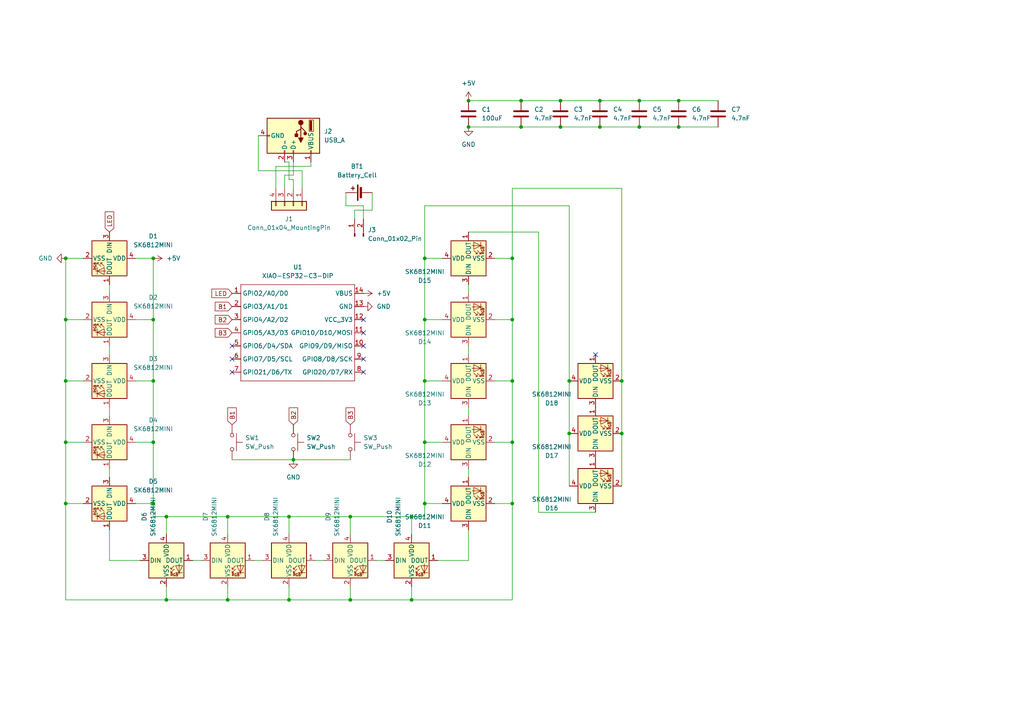
<source format=kicad_sch>
(kicad_sch (version 20250114) (generator "eeschema") (generator_version "9.0")
  (paper "A4")
  (title_block (title "Pixel Dongle"))
  (lib_symbols
    (symbol "Connector:Conn_01x02_Pin" (pin_names (offset 1.016) (hide yes))
      (property "Reference" "J" (at 0 2.54 0))
      (property "Value" "Conn_01x02_Pin" (at 0 -5.08 0))
      (symbol "Conn_01x02_Pin_1_1"
        (rectangle (start 0.8636 0.127) (end 0 -0.127) (stroke (width 0.1524)) (fill (type outline)))
        (rectangle (start 0.8636 -2.413) (end 0 -2.667) (stroke (width 0.1524)) (fill (type outline)))
        (polyline (pts (xy 1.27 0) (xy 0.8636 0)) (stroke (width 0.1524)))
        (polyline (pts (xy 1.27 -2.54) (xy 0.8636 -2.54)) (stroke (width 0.1524)))
        (pin passive line (at 5.08 0 180) (length 3.81) (name "Pin_1") (number "1"))
        (pin passive line (at 5.08 -2.54 180) (length 3.81) (name "Pin_2") (number "2"))
      )
    )
    (symbol "Connector:USB_A" (pin_names (offset 1.016))
      (property "Reference" "J2" (at -1.2701 8.89 90))
      (property "Value" "USB_A" (at 1.2699 8.89 90))
      (symbol "USB_A_0_1"
        (rectangle (start -5.08 -7.62) (end 5.08 7.62) (stroke (width 0.254)) (fill (type background)))
        (circle (center -3.81 2.159) (radius 0.635) (stroke (width 0.254)) (fill (type outline)))
        (polyline (pts (xy -3.175 2.159) (xy -2.54 2.159) (xy -1.27 3.429) (xy -0.635 3.429)) (stroke (width 0.254)))
        (polyline (pts (xy -2.54 2.159) (xy -1.905 2.159) (xy -1.27 0.889) (xy 0 0.889)) (stroke (width 0.254)))
        (rectangle (start -1.524 4.826) (end -4.318 5.334) (fill (type outline)))
        (rectangle (start -1.27 4.572) (end -4.572 5.842))
        (circle (center -0.635 3.429) (radius 0.381) (stroke (width 0.254)) (fill (type outline)))
        (rectangle (start -0.127 -7.62) (end 0.127 -6.858))
        (rectangle (start 0.254 1.27) (end -0.508 0.508) (stroke (width 0.254)) (fill (type outline)))
        (polyline (pts (xy 0.635 2.794) (xy 0.635 1.524) (xy 1.905 2.159) (xy 0.635 2.794)) (stroke (width 0.254)) (fill (type outline)))
        (rectangle (start 5.08 4.953) (end 4.318 5.207))
        (rectangle (start 5.08 -0.127) (end 4.318 0.127))
        (rectangle (start 5.08 -2.667) (end 4.318 -2.413))
      )
      (symbol "USB_A_1_1"
        (polyline (pts (xy -1.905 2.159) (xy 0.635 2.159)) (stroke (width 0.254)))
        (pin power_in line (at 0 -10.16 90) (length 2.54) (name "GND") (number "4"))
        (pin power_in line (at 7.62 5.08 180) (length 2.54) (name "VBUS") (number "1"))
        (pin bidirectional line (at 7.62 0 180) (length 2.54) (name "D+") (number "3"))
        (pin bidirectional line (at 7.62 -2.54 180) (length 2.54) (name "D-") (number "2"))
      )
    )
    (symbol "Connector_Generic:Conn_01x04" (pin_names (offset 1.016) (hide yes))
      (property "Reference" "J" (at 0 5.08 0))
      (property "Value" "Conn_01x04" (at 0 -7.62 0))
      (symbol "Conn_01x04_1_1"
        (rectangle (start -1.27 3.81) (end 1.27 -6.35) (stroke (width 0.254)) (fill (type background)))
        (rectangle (start -1.27 2.667) (end 0 2.413) (stroke (width 0.1524)))
        (rectangle (start -1.27 0.127) (end 0 -0.127) (stroke (width 0.1524)))
        (rectangle (start -1.27 -2.413) (end 0 -2.667) (stroke (width 0.1524)))
        (rectangle (start -1.27 -4.953) (end 0 -5.207) (stroke (width 0.1524)))
        (pin passive line (at -5.08 2.54 0) (length 3.81) (name "Pin_1") (number "1"))
        (pin passive line (at -5.08 0 0) (length 3.81) (name "Pin_2") (number "2"))
        (pin passive line (at -5.08 -2.54 0) (length 3.81) (name "Pin_3") (number "3"))
        (pin passive line (at -5.08 -5.08 0) (length 3.81) (name "Pin_4") (number "4"))
      )
    )
    (symbol "Device:Battery_Cell" (pin_numbers (hide yes)) (pin_names (offset 0) (hide yes))
      (property "Reference" "BT" (at 2.54 2.54 0))
      (property "Value" "Battery_Cell" (at 2.54 0 0))
      (symbol "Battery_Cell_0_1"
        (rectangle (start -2.286 1.778) (end 2.286 1.524) (fill (type outline)))
        (rectangle (start -1.524 1.016) (end 1.524 0.508) (fill (type outline)))
        (polyline (pts (xy 0 1.778) (xy 0 2.54)))
        (polyline (pts (xy 0 0.762) (xy 0 0)))
        (polyline (pts (xy 0.762 3.048) (xy 1.778 3.048)) (stroke (width 0.254)))
        (polyline (pts (xy 1.27 3.556) (xy 1.27 2.54)) (stroke (width 0.254)))
      )
      (symbol "Battery_Cell_1_1"
        (pin passive line (at 0 5.08 270) (length 2.54) (name "+") (number "1"))
        (pin passive line (at 0 -2.54 90) (length 2.54) (name "-") (number "2"))
      )
    )
    (symbol "Device:C" (pin_numbers (hide yes)) (pin_names (offset 0.254))
      (property "Reference" "C" (at 0.635 2.54 0))
      (property "Value" "C" (at 0.635 -2.54 0))
      (symbol "C_0_1"
        (polyline (pts (xy -2.032 0.762) (xy 2.032 0.762)) (stroke (width 0.508)))
        (polyline (pts (xy -2.032 -0.762) (xy 2.032 -0.762)) (stroke (width 0.508)))
      )
      (symbol "C_1_1"
        (pin passive line (at 0 3.81 270) (length 2.794) (name "~") (number "1"))
        (pin passive line (at 0 -3.81 90) (length 2.794) (name "~") (number "2"))
      )
    )
    (symbol "LED:SK6812MINI" (pin_names (offset 0.254))
      (property "Reference" "D" (at 5.08 5.715 0))
      (property "Value" "SK6812MINI" (at 1.27 -5.715 0))
      (symbol "SK6812MINI_0_0"
        (text "RGB" (at 2.286 -4.191 0) (effects (font (size 0.762 0.762))))
      )
      (symbol "SK6812MINI_0_1"
        (polyline (pts (xy 1.27 -2.54) (xy 1.778 -2.54)))
        (polyline (pts (xy 1.27 -3.556) (xy 1.778 -3.556)))
        (polyline (pts (xy 2.286 -1.524) (xy 1.27 -2.54) (xy 1.27 -2.032)))
        (polyline (pts (xy 2.286 -2.54) (xy 1.27 -3.556) (xy 1.27 -3.048)))
        (polyline (pts (xy 3.683 -1.016) (xy 3.683 -3.556) (xy 3.683 -4.064)))
        (polyline (pts (xy 4.699 -1.524) (xy 2.667 -1.524) (xy 3.683 -3.556) (xy 4.699 -1.524)))
        (polyline (pts (xy 4.699 -3.556) (xy 2.667 -3.556)))
        (rectangle (start 5.08 5.08) (end -5.08 -5.08) (stroke (width 0.254)) (fill (type background)))
      )
      (symbol "SK6812MINI_1_1"
        (pin input line (at -7.62 0 0) (length 2.54) (name "DIN") (number "3"))
        (pin power_in line (at 0 7.62 270) (length 2.54) (name "VDD") (number "4"))
        (pin power_in line (at 0 -7.62 90) (length 2.54) (name "VSS") (number "2"))
        (pin output line (at 7.62 0 180) (length 2.54) (name "DOUT") (number "1"))
      )
    )
    (symbol "Seeed_Studio_XIAO:XIAO-ESP32-C3-DIP"
      (property "Reference" "U" (at 1.016 2.794 0))
      (property "Value" "XIAO-ESP32-C3-DIP" (at 7.62 1.016 0))
      (symbol "XIAO-ESP32-C3-DIP_1_0"
        (polyline (pts (xy 0 0) (xy 33.02 0)) (stroke (width 0.1524)))
        (polyline (pts (xy 0 -2.54) (xy -1.27 -2.54)) (stroke (width 0.1524)))
        (polyline (pts (xy 0 -2.54) (xy 0 0)) (stroke (width 0.1524)))
        (polyline (pts (xy 0 -6.35) (xy -1.27 -6.35)) (stroke (width 0.1524)))
        (polyline (pts (xy 0 -6.35) (xy 0 -2.54)) (stroke (width 0.1524)))
        (polyline (pts (xy 0 -10.16) (xy -1.27 -10.16)) (stroke (width 0.1524)))
        (polyline (pts (xy 0 -10.16) (xy 0 -6.35)) (stroke (width 0.1524)))
        (polyline (pts (xy 0 -13.97) (xy -1.27 -13.97)) (stroke (width 0.1524)))
        (polyline (pts (xy 0 -13.97) (xy 0 -10.16)) (stroke (width 0.1524)))
        (polyline (pts (xy 0 -17.78) (xy -1.27 -17.78)) (stroke (width 0.1524)))
        (polyline (pts (xy 0 -21.59) (xy -1.27 -21.59)) (stroke (width 0.1524)))
        (polyline (pts (xy 0 -25.4) (xy -1.27 -25.4)) (stroke (width 0.1524)))
        (polyline (pts (xy 0 -27.94) (xy 0 -13.97)) (stroke (width 0.1524)))
        (polyline (pts (xy 33.02 0) (xy 33.02 -2.54)) (stroke (width 0.1524)))
        (polyline (pts (xy 33.02 -2.54) (xy 33.02 -6.35)) (stroke (width 0.1524)))
        (polyline (pts (xy 33.02 -6.35) (xy 33.02 -10.16)) (stroke (width 0.1524)))
        (polyline (pts (xy 33.02 -10.16) (xy 33.02 -27.94)) (stroke (width 0.1524)))
        (polyline (pts (xy 33.02 -27.94) (xy 0 -27.94)) (stroke (width 0.1524)))
        (polyline (pts (xy 34.29 -2.54) (xy 33.02 -2.54)) (stroke (width 0.1524)))
        (polyline (pts (xy 34.29 -6.35) (xy 33.02 -6.35)) (stroke (width 0.1524)))
        (polyline (pts (xy 34.29 -10.16) (xy 33.02 -10.16)) (stroke (width 0.1524)))
        (polyline (pts (xy 34.29 -13.97) (xy 33.02 -13.97)) (stroke (width 0.1524)))
        (polyline (pts (xy 34.29 -17.78) (xy 33.02 -17.78)) (stroke (width 0.1524)))
        (polyline (pts (xy 34.29 -21.59) (xy 33.02 -21.59)) (stroke (width 0.1524)))
        (polyline (pts (xy 34.29 -25.4) (xy 33.02 -25.4)) (stroke (width 0.1524)))
        (pin passive line (at -2.54 -2.54 0) (length 2.54) (name "GPIO2/A0/D0") (number "1"))
        (pin passive line (at -2.54 -6.35 0) (length 2.54) (name "GPIO3/A1/D1") (number "2"))
        (pin passive line (at -2.54 -10.16 0) (length 2.54) (name "GPIO4/A2/D2") (number "3"))
        (pin passive line (at -2.54 -13.97 0) (length 2.54) (name "GPIO5/A3/D3") (number "4"))
        (pin passive line (at -2.54 -17.78 0) (length 2.54) (name "GPIO6/D4/SDA") (number "5"))
        (pin passive line (at -2.54 -21.59 0) (length 2.54) (name "GPIO7/D5/SCL") (number "6"))
        (pin passive line (at -2.54 -25.4 0) (length 2.54) (name "GPIO21/D6/TX") (number "7"))
        (pin passive line (at 35.56 -2.54 180) (length 2.54) (name "VBUS") (number "14"))
        (pin passive line (at 35.56 -6.35 180) (length 2.54) (name "GND") (number "13"))
        (pin passive line (at 35.56 -10.16 180) (length 2.54) (name "VCC_3V3") (number "12"))
        (pin passive line (at 35.56 -13.97 180) (length 2.54) (name "GPIO10/D10/MOSI") (number "11"))
        (pin passive line (at 35.56 -17.78 180) (length 2.54) (name "GPIO9/D9/MISO") (number "10"))
        (pin passive line (at 35.56 -21.59 180) (length 2.54) (name "GPIO8/D8/SCK") (number "9"))
        (pin passive line (at 35.56 -25.4 180) (length 2.54) (name "GPIO20/D7/RX") (number "8"))
      )
    )
    (symbol "Switch:SW_Push" (pin_numbers (hide yes)) (pin_names (offset 1.016) (hide yes))
      (property "Reference" "SW" (at 1.27 2.54 0))
      (property "Value" "SW_Push" (at 0 -1.524 0))
      (symbol "SW_Push_0_1"
        (circle (center -2.032 0) (radius 0.508))
        (polyline (pts (xy 0 1.27) (xy 0 3.048)))
        (circle (center 2.032 0) (radius 0.508))
        (polyline (pts (xy 2.54 1.27) (xy -2.54 1.27)))
        (pin passive line (at -5.08 0 0) (length 2.54) (name "1") (number "1"))
        (pin passive line (at 5.08 0 180) (length 2.54) (name "2") (number "2"))
      )
    )
    (symbol "power:+5V" (power) (pin_numbers (hide yes)) (pin_names (offset 0) (hide yes))
      (property "Value" "+5V" (at 0 3.556 0))
      (symbol "+5V_0_1"
        (polyline (pts (xy -0.762 1.27) (xy 0 2.54)))
        (polyline (pts (xy 0 2.54) (xy 0.762 1.27)))
        (polyline (pts (xy 0 0) (xy 0 2.54)))
      )
      (symbol "+5V_1_1"
        (pin power_in line (at 0 0 90) (length 0) (name "~") (number "1"))
      )
    )
    (symbol "power:GND" (power) (pin_numbers (hide yes)) (pin_names (offset 0) (hide yes))
      (property "Value" "GND" (at 0 -3.81 0))
      (symbol "GND_0_1"
        (polyline (pts (xy 0 0) (xy 0 -1.27) (xy 1.27 -1.27) (xy 0 -2.54) (xy -1.27 -1.27) (xy 0 -1.27)))
      )
      (symbol "GND_1_1"
        (pin power_in line (at 0 0 270) (length 0) (name "~") (number "1"))
      )
    )
  )
  (junction (at 151.13 36.83))
  (junction (at 119.38 173.99))
  (junction (at 173.99 36.83))
  (junction (at 162.56 36.83))
  (junction (at 123.19 146.05))
  (junction (at 44.45 128.27))
  (junction (at 151.13 29.21))
  (junction (at 148.59 110.49))
  (junction (at 19.05 146.05))
  (junction (at 148.59 128.27))
  (junction (at 44.45 110.49))
  (junction (at 85.09 133.35))
  (junction (at 19.05 74.93))
  (junction (at 123.19 74.93))
  (junction (at 101.6 173.99))
  (junction (at 123.19 110.49))
  (junction (at 48.26 173.99))
  (junction (at 148.59 92.71))
  (junction (at 148.59 74.93))
  (junction (at 123.19 92.71))
  (junction (at 135.89 36.83))
  (junction (at 180.34 125.73))
  (junction (at 162.56 29.21))
  (junction (at 135.89 29.21))
  (junction (at 148.59 146.05))
  (junction (at 119.38 149.86))
  (junction (at 44.45 92.71))
  (junction (at 44.45 74.93))
  (junction (at 19.05 92.71))
  (junction (at 19.05 110.49))
  (junction (at 19.05 128.27))
  (junction (at 83.82 149.86))
  (junction (at 101.6 149.86))
  (junction (at 173.99 29.21))
  (junction (at 185.42 29.21))
  (junction (at 123.19 128.27))
  (junction (at 48.26 149.86))
  (junction (at 165.1 110.49))
  (junction (at 66.04 173.99))
  (junction (at 165.1 125.73))
  (junction (at 180.34 110.49))
  (junction (at 185.42 36.83))
  (junction (at 196.85 29.21))
  (junction (at 196.85 36.83))
  (junction (at 66.04 149.86))
  (junction (at 83.82 173.99))
  (junction (at 44.45 146.05))
  (no_connect (at 105.41 96.52))
  (no_connect (at 67.31 107.95))
  (no_connect (at 105.41 107.95))
  (no_connect (at 105.41 100.33))
  (no_connect (at 105.41 104.14))
  (no_connect (at 67.31 104.14))
  (no_connect (at 172.72 102.87))
  (no_connect (at 105.41 92.71))
  (no_connect (at 67.31 100.33))
  (wire (pts (xy 196.85 36.83) (xy 208.28 36.83)))
  (wire (pts (xy 44.45 149.86) (xy 48.26 149.86)))
  (wire (pts (xy 90.17 48.26) (xy 90.17 46.99)))
  (wire (pts (xy 156.21 67.31) (xy 156.21 148.59)))
  (wire (pts (xy 44.45 146.05) (xy 44.45 149.86)))
  (wire (pts (xy 196.85 29.21) (xy 208.28 29.21)))
  (wire (pts (xy 19.05 128.27) (xy 24.13 128.27)))
  (wire (pts (xy 19.05 110.49) (xy 19.05 128.27)))
  (wire (pts (xy 39.37 92.71) (xy 44.45 92.71)))
  (wire (pts (xy 135.89 36.83) (xy 151.13 36.83)))
  (wire (pts (xy 31.75 138.43) (xy 31.75 135.89)))
  (wire (pts (xy 119.38 170.18) (xy 119.38 173.99)))
  (wire (pts (xy 80.01 48.26) (xy 90.17 48.26)))
  (wire (pts (xy 101.6 149.86) (xy 101.6 154.94)))
  (wire (pts (xy 85.09 133.35) (xy 101.6 133.35)))
  (wire (pts (xy 119.38 173.99) (xy 148.59 173.99)))
  (wire (pts (xy 123.19 146.05) (xy 128.27 146.05)))
  (wire (pts (xy 148.59 146.05) (xy 148.59 128.27)))
  (wire (pts (xy 24.13 74.93) (xy 19.05 74.93)))
  (wire (pts (xy 101.6 149.86) (xy 119.38 149.86)))
  (wire (pts (xy 107.95 60.96) (xy 102.87 60.96)))
  (wire (pts (xy 135.89 67.31) (xy 156.21 67.31)))
  (wire (pts (xy 143.51 110.49) (xy 148.59 110.49)))
  (wire (pts (xy 87.63 49.53) (xy 87.63 54.61)))
  (wire (pts (xy 83.82 52.07) (xy 85.09 52.07)))
  (wire (pts (xy 85.09 52.07) (xy 85.09 54.61)))
  (wire (pts (xy 180.34 54.61) (xy 148.59 54.61)))
  (wire (pts (xy 148.59 74.93) (xy 143.51 74.93)))
  (wire (pts (xy 185.42 36.83) (xy 196.85 36.83)))
  (wire (pts (xy 123.19 59.69) (xy 165.1 59.69)))
  (wire (pts (xy 123.19 110.49) (xy 123.19 92.71)))
  (wire (pts (xy 148.59 128.27) (xy 148.59 110.49)))
  (wire (pts (xy 67.31 133.35) (xy 85.09 133.35)))
  (wire (pts (xy 185.42 29.21) (xy 196.85 29.21)))
  (wire (pts (xy 162.56 29.21) (xy 173.99 29.21)))
  (wire (pts (xy 135.89 153.67) (xy 135.89 162.56)))
  (wire (pts (xy 82.55 46.99) (xy 83.82 46.99)))
  (wire (pts (xy 19.05 146.05) (xy 24.13 146.05)))
  (wire (pts (xy 39.37 74.93) (xy 44.45 74.93)))
  (wire (pts (xy 148.59 173.99) (xy 148.59 146.05)))
  (wire (pts (xy 148.59 92.71) (xy 148.59 74.93)))
  (wire (pts (xy 31.75 120.65) (xy 31.75 118.11)))
  (wire (pts (xy 44.45 92.71) (xy 44.45 110.49)))
  (wire (pts (xy 119.38 154.94) (xy 119.38 149.86)))
  (wire (pts (xy 101.6 173.99) (xy 119.38 173.99)))
  (wire (pts (xy 148.59 74.93) (xy 148.59 54.61)))
  (wire (pts (xy 83.82 149.86) (xy 101.6 149.86)))
  (wire (pts (xy 165.1 110.49) (xy 165.1 125.73)))
  (wire (pts (xy 123.19 149.86) (xy 123.19 146.05)))
  (wire (pts (xy 135.89 29.21) (xy 151.13 29.21)))
  (wire (pts (xy 123.19 110.49) (xy 128.27 110.49)))
  (wire (pts (xy 85.09 50.8) (xy 82.55 50.8)))
  (wire (pts (xy 143.51 92.71) (xy 148.59 92.71)))
  (wire (pts (xy 123.19 74.93) (xy 128.27 74.93)))
  (wire (pts (xy 162.56 36.83) (xy 173.99 36.83)))
  (wire (pts (xy 31.75 102.87) (xy 31.75 100.33)))
  (wire (pts (xy 180.34 110.49) (xy 180.34 125.73)))
  (wire (pts (xy 19.05 110.49) (xy 24.13 110.49)))
  (wire (pts (xy 135.89 118.11) (xy 135.89 120.65)))
  (wire (pts (xy 151.13 29.21) (xy 162.56 29.21)))
  (wire (pts (xy 83.82 170.18) (xy 83.82 173.99)))
  (wire (pts (xy 180.34 125.73) (xy 180.34 140.97)))
  (wire (pts (xy 19.05 92.71) (xy 19.05 110.49)))
  (wire (pts (xy 58.42 162.56) (xy 55.88 162.56)))
  (wire (pts (xy 80.01 54.61) (xy 80.01 48.26)))
  (wire (pts (xy 148.59 110.49) (xy 148.59 92.71)))
  (wire (pts (xy 135.89 82.55) (xy 135.89 85.09)))
  (wire (pts (xy 123.19 146.05) (xy 123.19 128.27)))
  (wire (pts (xy 74.93 39.37) (xy 74.93 49.53)))
  (wire (pts (xy 31.75 153.67) (xy 31.75 162.56)))
  (wire (pts (xy 123.19 92.71) (xy 123.19 74.93)))
  (wire (pts (xy 93.98 162.56) (xy 91.44 162.56)))
  (wire (pts (xy 19.05 92.71) (xy 24.13 92.71)))
  (wire (pts (xy 39.37 146.05) (xy 44.45 146.05)))
  (wire (pts (xy 44.45 110.49) (xy 44.45 128.27)))
  (wire (pts (xy 48.26 149.86) (xy 66.04 149.86)))
  (wire (pts (xy 66.04 149.86) (xy 83.82 149.86)))
  (wire (pts (xy 151.13 36.83) (xy 162.56 36.83)))
  (wire (pts (xy 44.45 128.27) (xy 44.45 146.05)))
  (wire (pts (xy 156.21 148.59) (xy 172.72 148.59)))
  (wire (pts (xy 135.89 135.89) (xy 135.89 138.43)))
  (wire (pts (xy 66.04 173.99) (xy 83.82 173.99)))
  (wire (pts (xy 39.37 110.49) (xy 44.45 110.49)))
  (wire (pts (xy 74.93 49.53) (xy 87.63 49.53)))
  (wire (pts (xy 48.26 149.86) (xy 48.26 154.94)))
  (wire (pts (xy 111.76 162.56) (xy 109.22 162.56)))
  (wire (pts (xy 39.37 128.27) (xy 44.45 128.27)))
  (wire (pts (xy 165.1 59.69) (xy 165.1 110.49)))
  (wire (pts (xy 19.05 128.27) (xy 19.05 146.05)))
  (wire (pts (xy 100.33 55.88) (xy 100.33 59.69)))
  (wire (pts (xy 102.87 60.96) (xy 102.87 63.5)))
  (wire (pts (xy 143.51 146.05) (xy 148.59 146.05)))
  (wire (pts (xy 107.95 55.88) (xy 107.95 60.96)))
  (wire (pts (xy 19.05 74.93) (xy 19.05 92.71)))
  (wire (pts (xy 123.19 59.69) (xy 123.19 74.93)))
  (wire (pts (xy 101.6 170.18) (xy 101.6 173.99)))
  (wire (pts (xy 85.09 46.99) (xy 85.09 50.8)))
  (wire (pts (xy 31.75 162.56) (xy 40.64 162.56)))
  (wire (pts (xy 123.19 128.27) (xy 123.19 110.49)))
  (wire (pts (xy 48.26 173.99) (xy 66.04 173.99)))
  (wire (pts (xy 76.2 162.56) (xy 73.66 162.56)))
  (wire (pts (xy 135.89 100.33) (xy 135.89 102.87)))
  (wire (pts (xy 66.04 149.86) (xy 66.04 154.94)))
  (wire (pts (xy 31.75 85.09) (xy 31.75 82.55)))
  (wire (pts (xy 119.38 149.86) (xy 123.19 149.86)))
  (wire (pts (xy 123.19 92.71) (xy 128.27 92.71)))
  (wire (pts (xy 173.99 36.83) (xy 185.42 36.83)))
  (wire (pts (xy 83.82 149.86) (xy 83.82 154.94)))
  (wire (pts (xy 173.99 29.21) (xy 185.42 29.21)))
  (wire (pts (xy 66.04 170.18) (xy 66.04 173.99)))
  (wire (pts (xy 48.26 170.18) (xy 48.26 173.99)))
  (wire (pts (xy 180.34 54.61) (xy 180.34 110.49)))
  (wire (pts (xy 83.82 46.99) (xy 83.82 52.07)))
  (wire (pts (xy 123.19 128.27) (xy 128.27 128.27)))
  (wire (pts (xy 165.1 125.73) (xy 165.1 140.97)))
  (wire (pts (xy 19.05 173.99) (xy 48.26 173.99)))
  (wire (pts (xy 44.45 74.93) (xy 44.45 92.71)))
  (wire (pts (xy 82.55 50.8) (xy 82.55 54.61)))
  (wire (pts (xy 19.05 146.05) (xy 19.05 173.99)))
  (wire (pts (xy 105.41 59.69) (xy 105.41 63.5)))
  (wire (pts (xy 135.89 162.56) (xy 127 162.56)))
  (wire (pts (xy 143.51 128.27) (xy 148.59 128.27)))
  (wire (pts (xy 100.33 59.69) (xy 105.41 59.69)))
  (wire (pts (xy 83.82 173.99) (xy 101.6 173.99)))
  (global_label "B3" (shape input) (at 101.6 123.19 90) (property "Intersheetrefs" "${INTERSHEET_REFS}" (effects (hide yes))))
  (global_label "B1" (shape input) (at 67.31 123.19 90) (property "Intersheetrefs" "${INTERSHEET_REFS}" (effects (hide yes))))
  (global_label "LED" (shape input) (at 31.75 67.31 90) (property "Intersheetrefs" "${INTERSHEET_REFS}" (effects (hide yes))))
  (global_label "B2" (shape input) (at 67.31 92.71 180) (property "Intersheetrefs" "${INTERSHEET_REFS}" (effects (hide yes))))
  (global_label "LED" (shape input) (at 67.31 85.09 180) (property "Intersheetrefs" "${INTERSHEET_REFS}" (effects (hide yes))))
  (global_label "B3" (shape input) (at 67.31 96.52 180) (property "Intersheetrefs" "${INTERSHEET_REFS}" (effects (hide yes))))
  (global_label "B1" (shape input) (at 67.31 88.9 180) (property "Intersheetrefs" "${INTERSHEET_REFS}" (effects (hide yes))))
  (global_label "B2" (shape input) (at 85.09 123.19 90) (property "Intersheetrefs" "${INTERSHEET_REFS}" (effects (hide yes))))
  (symbol (lib_id "LED:SK6812MINI") (at 135.89 110.49 90) (unit 1)
    (property "Reference" "D13" (at 123.19 116.9102 90))
    (property "Value" "SK6812MINI" (at 123.19 114.3702 90))
    (property "Footprint" "ScottoKeebs_Components:LED_SK6812MINI" (effects (hide yes)))
    (property "Datasheet" "https://cdn-shop.adafruit.com/product-files/2686/SK6812MINI_REV.01-1-2.pdf" (effects (hide yes)))
    (property "Description" "RGB LED with integrated controller" (effects (hide yes)))
  )
  (symbol (lib_id "LED:SK6812MINI") (at 172.72 110.49 90) (unit 1)
    (property "Reference" "D18" (at 160.02 116.9102 90))
    (property "Value" "SK6812MINI" (at 160.02 114.3702 90))
    (property "Footprint" "ScottoKeebs_Components:LED_SK6812MINI" (effects (hide yes)))
    (property "Datasheet" "https://cdn-shop.adafruit.com/product-files/2686/SK6812MINI_REV.01-1-2.pdf" (effects (hide yes)))
    (property "Description" "RGB LED with integrated controller" (effects (hide yes)))
  )
  (symbol (lib_id "Switch:SW_Push") (at 101.6 128.27 270) (unit 1)
    (property "Reference" "SW3" (at 105.41 126.9999 90) (effects (justify left)))
    (property "Value" "SW_Push" (at 105.41 129.5399 90) (effects (justify left)))
    (property "Footprint" "Button_Switch_THT:SW_PUSH_6mm" (effects (hide yes)))
    (property "Description" "Push button switch, generic, two pins" (effects (hide yes)))
  )
  (symbol (lib_id "Device:C") (at 185.42 33.02 0) (unit 1)
    (property "Reference" "C5" (at 189.23 31.7499 0) (effects (justify left)))
    (property "Value" "4.7nF" (at 189.23 34.2899 0) (effects (justify left)))
    (property "Footprint" "Capacitor_SMD:C_0603_1608Metric_Pad1.08x0.95mm_HandSolder" (effects (hide yes)))
    (property "Description" "Unpolarized capacitor" (effects (hide yes)))
  )
  (symbol (lib_id "Switch:SW_Push") (at 67.31 128.27 270) (unit 1)
    (property "Reference" "SW1" (at 71.12 126.9999 90) (effects (justify left)))
    (property "Value" "SW_Push" (at 71.12 129.5399 90) (effects (justify left)))
    (property "Footprint" "Button_Switch_THT:SW_PUSH_6mm" (effects (hide yes)))
    (property "Description" "Push button switch, generic, two pins" (effects (hide yes)))
  )
  (symbol (lib_id "Connector:USB_A") (at 85.09 39.37 270) (unit 1)
    (property "Reference" "J2" (at 93.98 38.0999 90) (effects (justify left)))
    (property "Value" "USB_A" (at 93.98 40.6399 90) (effects (justify left)))
    (property "Footprint" "custom:usb-PCB" (effects (hide yes)))
    (property "Description" "USB Type A connector" (effects (hide yes)))
  )
  (symbol (lib_id "Connector_Generic:Conn_01x04") (at 85.09 59.69 270) (unit 1)
    (property "Reference" "J1" (at 83.82 63.5 90))
    (property "Value" "Conn_01x04_MountingPin" (at 83.82 66.04 90))
    (property "Footprint" "Connector_PinHeader_2.54mm:PinHeader_1x04_P2.54mm_Vertical" (effects (hide yes)))
    (property "Description" "Generic connector, single row, 01x04, script generated (kicad-library-utils/schlib/autogen/connector/)" (effects (hide yes)))
  )
  (symbol (lib_id "LED:SK6812MINI") (at 31.75 110.49 270) (unit 1)
    (property "Reference" "D3" (at 44.45 104.0698 90))
    (property "Value" "SK6812MINI" (at 44.45 106.6098 90))
    (property "Footprint" "ScottoKeebs_Components:LED_SK6812MINI" (effects (hide yes)))
    (property "Datasheet" "https://cdn-shop.adafruit.com/product-files/2686/SK6812MINI_REV.01-1-2.pdf" (effects (hide yes)))
    (property "Description" "RGB LED with integrated controller" (effects (hide yes)))
  )
  (symbol (lib_id "power:+5V") (at 44.45 74.93 270) (unit 1)
    (property "Reference" "#PWR01" (effects (hide yes)))
    (property "Value" "+5V" (at 48.26 74.9299 90) (effects (justify left)))
    (property "Description" "Power symbol creates a global label with name \"+5V\"" (effects (hide yes)))
  )
  (symbol (lib_id "power:GND") (at 85.09 133.35 0) (unit 1)
    (property "Reference" "#PWR05" (effects (hide yes)))
    (property "Value" "GND" (at 85.09 138.43 0))
    (property "Description" "Power symbol creates a global label with name \"GND\" , ground" (effects (hide yes)))
  )
  (symbol (lib_id "LED:SK6812MINI") (at 48.26 162.56 0) (unit 1)
    (property "Reference" "D6" (at 41.8398 149.86 90))
    (property "Value" "SK6812MINI" (at 44.3798 149.86 90))
    (property "Footprint" "ScottoKeebs_Components:LED_SK6812MINI" (effects (hide yes)))
    (property "Datasheet" "https://cdn-shop.adafruit.com/product-files/2686/SK6812MINI_REV.01-1-2.pdf" (effects (hide yes)))
    (property "Description" "RGB LED with integrated controller" (effects (hide yes)))
  )
  (symbol (lib_id "LED:SK6812MINI") (at 172.72 125.73 90) (unit 1)
    (property "Reference" "D17" (at 160.02 132.1502 90))
    (property "Value" "SK6812MINI" (at 160.02 129.6102 90))
    (property "Footprint" "ScottoKeebs_Components:LED_SK6812MINI" (effects (hide yes)))
    (property "Datasheet" "https://cdn-shop.adafruit.com/product-files/2686/SK6812MINI_REV.01-1-2.pdf" (effects (hide yes)))
    (property "Description" "RGB LED with integrated controller" (effects (hide yes)))
  )
  (symbol (lib_id "LED:SK6812MINI") (at 135.89 128.27 90) (unit 1)
    (property "Reference" "D12" (at 123.19 134.6902 90))
    (property "Value" "SK6812MINI" (at 123.19 132.1502 90))
    (property "Footprint" "ScottoKeebs_Components:LED_SK6812MINI" (effects (hide yes)))
    (property "Datasheet" "https://cdn-shop.adafruit.com/product-files/2686/SK6812MINI_REV.01-1-2.pdf" (effects (hide yes)))
    (property "Description" "RGB LED with integrated controller" (effects (hide yes)))
  )
  (symbol (lib_id "LED:SK6812MINI") (at 135.89 146.05 90) (unit 1)
    (property "Reference" "D11" (at 123.19 152.4702 90))
    (property "Value" "SK6812MINI" (at 123.19 149.9302 90))
    (property "Footprint" "ScottoKeebs_Components:LED_SK6812MINI" (effects (hide yes)))
    (property "Datasheet" "https://cdn-shop.adafruit.com/product-files/2686/SK6812MINI_REV.01-1-2.pdf" (effects (hide yes)))
    (property "Description" "RGB LED with integrated controller" (effects (hide yes)))
  )
  (symbol (lib_id "Device:C") (at 162.56 33.02 0) (unit 1)
    (property "Reference" "C3" (at 166.37 31.7499 0) (effects (justify left)))
    (property "Value" "4.7nF" (at 166.37 34.2899 0) (effects (justify left)))
    (property "Footprint" "Capacitor_SMD:C_0603_1608Metric_Pad1.08x0.95mm_HandSolder" (effects (hide yes)))
    (property "Description" "Unpolarized capacitor" (effects (hide yes)))
  )
  (symbol (lib_id "power:+5V") (at 135.89 29.21 0) (unit 1)
    (property "Reference" "#PWR06" (effects (hide yes)))
    (property "Value" "+5V" (at 135.89 24.13 0))
    (property "Description" "Power symbol creates a global label with name \"+5V\"" (effects (hide yes)))
  )
  (symbol (lib_id "LED:SK6812MINI") (at 83.82 162.56 0) (unit 1)
    (property "Reference" "D8" (at 77.3998 149.86 90))
    (property "Value" "SK6812MINI" (at 79.9398 149.86 90))
    (property "Footprint" "ScottoKeebs_Components:LED_SK6812MINI" (effects (hide yes)))
    (property "Datasheet" "https://cdn-shop.adafruit.com/product-files/2686/SK6812MINI_REV.01-1-2.pdf" (effects (hide yes)))
    (property "Description" "RGB LED with integrated controller" (effects (hide yes)))
  )
  (symbol (lib_id "Device:Battery_Cell") (at 105.41 55.88 90) (unit 1)
    (property "Reference" "BT1" (at 103.5685 48.26 90))
    (property "Value" "Battery_Cell" (at 103.5685 50.8 90))
    (property "Footprint" "Battery:BatteryHolder_Keystone_3002_1x2032" (effects (hide yes)))
    (property "Description" "Single-cell battery" (effects (hide yes)))
  )
  (symbol (lib_id "LED:SK6812MINI") (at 101.6 162.56 0) (unit 1)
    (property "Reference" "D9" (at 95.1798 149.86 90))
    (property "Value" "SK6812MINI" (at 97.7198 149.86 90))
    (property "Footprint" "ScottoKeebs_Components:LED_SK6812MINI" (effects (hide yes)))
    (property "Datasheet" "https://cdn-shop.adafruit.com/product-files/2686/SK6812MINI_REV.01-1-2.pdf" (effects (hide yes)))
    (property "Description" "RGB LED with integrated controller" (effects (hide yes)))
  )
  (symbol (lib_id "Device:C") (at 135.89 33.02 0) (unit 1)
    (property "Reference" "C1" (at 139.7 31.7499 0) (effects (justify left)))
    (property "Value" "100uF" (at 139.7 34.2899 0) (effects (justify left)))
    (property "Footprint" "Capacitor_SMD:C_0805_2012Metric_Pad1.18x1.45mm_HandSolder" (effects (hide yes)))
    (property "Description" "Unpolarized capacitor" (effects (hide yes)))
  )
  (symbol (lib_id "power:+5V") (at 105.41 85.09 270) (unit 1)
    (property "Reference" "#PWR04" (effects (hide yes)))
    (property "Value" "+5V" (at 109.22 85.0899 90) (effects (justify left)))
    (property "Description" "Power symbol creates a global label with name \"+5V\"" (effects (hide yes)))
  )
  (symbol (lib_id "Connector:Conn_01x02_Pin") (at 102.87 68.58 90) (unit 1)
    (property "Reference" "J3" (at 106.68 66.6749 90) (effects (justify right)))
    (property "Value" "Conn_01x02_Pin" (at 106.68 69.2149 90) (effects (justify right)))
    (property "Footprint" "Connector_PinHeader_2.54mm:PinHeader_1x02_P2.54mm_Vertical" (effects (hide yes)))
    (property "Description" "Generic connector, single row, 01x02, script generated" (effects (hide yes)))
  )
  (symbol (lib_id "Device:C") (at 173.99 33.02 0) (unit 1)
    (property "Reference" "C4" (at 177.8 31.7499 0) (effects (justify left)))
    (property "Value" "4.7nF" (at 177.8 34.2899 0) (effects (justify left)))
    (property "Footprint" "Capacitor_SMD:C_0603_1608Metric_Pad1.08x0.95mm_HandSolder" (effects (hide yes)))
    (property "Description" "Unpolarized capacitor" (effects (hide yes)))
  )
  (symbol (lib_id "LED:SK6812MINI") (at 31.75 128.27 270) (unit 1)
    (property "Reference" "D4" (at 44.45 121.8498 90))
    (property "Value" "SK6812MINI" (at 44.45 124.3898 90))
    (property "Footprint" "ScottoKeebs_Components:LED_SK6812MINI" (effects (hide yes)))
    (property "Datasheet" "https://cdn-shop.adafruit.com/product-files/2686/SK6812MINI_REV.01-1-2.pdf" (effects (hide yes)))
    (property "Description" "RGB LED with integrated controller" (effects (hide yes)))
  )
  (symbol (lib_id "LED:SK6812MINI") (at 135.89 74.93 90) (unit 1)
    (property "Reference" "D15" (at 123.19 81.3502 90))
    (property "Value" "SK6812MINI" (at 123.19 78.8102 90))
    (property "Footprint" "ScottoKeebs_Components:LED_SK6812MINI" (effects (hide yes)))
    (property "Datasheet" "https://cdn-shop.adafruit.com/product-files/2686/SK6812MINI_REV.01-1-2.pdf" (effects (hide yes)))
    (property "Description" "RGB LED with integrated controller" (effects (hide yes)))
  )
  (symbol (lib_id "Switch:SW_Push") (at 85.09 128.27 270) (unit 1)
    (property "Reference" "SW2" (at 88.9 126.9999 90) (effects (justify left)))
    (property "Value" "SW_Push" (at 88.9 129.5399 90) (effects (justify left)))
    (property "Footprint" "Button_Switch_THT:SW_PUSH_6mm" (effects (hide yes)))
    (property "Description" "Push button switch, generic, two pins" (effects (hide yes)))
  )
  (symbol (lib_id "LED:SK6812MINI") (at 66.04 162.56 0) (unit 1)
    (property "Reference" "D7" (at 59.6198 149.86 90))
    (property "Value" "SK6812MINI" (at 62.1598 149.86 90))
    (property "Footprint" "ScottoKeebs_Components:LED_SK6812MINI" (effects (hide yes)))
    (property "Datasheet" "https://cdn-shop.adafruit.com/product-files/2686/SK6812MINI_REV.01-1-2.pdf" (effects (hide yes)))
    (property "Description" "RGB LED with integrated controller" (effects (hide yes)))
  )
  (symbol (lib_id "LED:SK6812MINI") (at 31.75 146.05 270) (unit 1)
    (property "Reference" "D5" (at 44.45 139.6298 90))
    (property "Value" "SK6812MINI" (at 44.45 142.1698 90))
    (property "Footprint" "ScottoKeebs_Components:LED_SK6812MINI" (effects (hide yes)))
    (property "Datasheet" "https://cdn-shop.adafruit.com/product-files/2686/SK6812MINI_REV.01-1-2.pdf" (effects (hide yes)))
    (property "Description" "RGB LED with integrated controller" (effects (hide yes)))
  )
  (symbol (lib_id "Device:C") (at 208.28 33.02 0) (unit 1)
    (property "Reference" "C7" (at 212.09 31.7499 0) (effects (justify left)))
    (property "Value" "4.7nF" (at 212.09 34.2899 0) (effects (justify left)))
    (property "Footprint" "Capacitor_SMD:C_0603_1608Metric_Pad1.08x0.95mm_HandSolder" (effects (hide yes)))
    (property "Description" "Unpolarized capacitor" (effects (hide yes)))
  )
  (symbol (lib_id "power:GND") (at 135.89 36.83 0) (unit 1)
    (property "Reference" "#PWR07" (effects (hide yes)))
    (property "Value" "GND" (at 135.89 41.91 0))
    (property "Description" "Power symbol creates a global label with name \"GND\" , ground" (effects (hide yes)))
  )
  (symbol (lib_id "Device:C") (at 196.85 33.02 0) (unit 1)
    (property "Reference" "C6" (at 200.66 31.7499 0) (effects (justify left)))
    (property "Value" "4.7nF" (at 200.66 34.2899 0) (effects (justify left)))
    (property "Footprint" "Capacitor_SMD:C_0603_1608Metric_Pad1.08x0.95mm_HandSolder" (effects (hide yes)))
    (property "Description" "Unpolarized capacitor" (effects (hide yes)))
  )
  (symbol (lib_id "power:GND") (at 105.41 88.9 90) (unit 1)
    (property "Reference" "#PWR03" (effects (hide yes)))
    (property "Value" "GND" (at 109.22 88.8999 90) (effects (justify right)))
    (property "Description" "Power symbol creates a global label with name \"GND\" , ground" (effects (hide yes)))
  )
  (symbol (lib_id "LED:SK6812MINI") (at 172.72 140.97 90) (unit 1)
    (property "Reference" "D16" (at 160.02 147.3902 90))
    (property "Value" "SK6812MINI" (at 160.02 144.8502 90))
    (property "Footprint" "ScottoKeebs_Components:LED_SK6812MINI" (effects (hide yes)))
    (property "Datasheet" "https://cdn-shop.adafruit.com/product-files/2686/SK6812MINI_REV.01-1-2.pdf" (effects (hide yes)))
    (property "Description" "RGB LED with integrated controller" (effects (hide yes)))
  )
  (symbol (lib_id "LED:SK6812MINI") (at 31.75 74.93 270) (unit 1)
    (property "Reference" "D1" (at 44.45 68.5098 90))
    (property "Value" "SK6812MINI" (at 44.45 71.0498 90))
    (property "Footprint" "ScottoKeebs_Components:LED_SK6812MINI" (effects (hide yes)))
    (property "Datasheet" "https://cdn-shop.adafruit.com/product-files/2686/SK6812MINI_REV.01-1-2.pdf" (effects (hide yes)))
    (property "Description" "RGB LED with integrated controller" (effects (hide yes)))
  )
  (symbol (lib_id "power:GND") (at 19.05 74.93 270) (unit 1)
    (property "Reference" "#PWR02" (effects (hide yes)))
    (property "Value" "GND" (at 15.24 74.9299 90) (effects (justify right)))
    (property "Description" "Power symbol creates a global label with name \"GND\" , ground" (effects (hide yes)))
  )
  (symbol (lib_id "LED:SK6812MINI") (at 119.38 162.56 0) (unit 1)
    (property "Reference" "D10" (at 112.9598 149.86 90))
    (property "Value" "SK6812MINI" (at 115.4998 149.86 90))
    (property "Footprint" "ScottoKeebs_Components:LED_SK6812MINI" (effects (hide yes)))
    (property "Datasheet" "https://cdn-shop.adafruit.com/product-files/2686/SK6812MINI_REV.01-1-2.pdf" (effects (hide yes)))
    (property "Description" "RGB LED with integrated controller" (effects (hide yes)))
  )
  (symbol (lib_id "Seeed_Studio_XIAO:XIAO-ESP32-C3-DIP") (at 69.85 82.55 0) (unit 1)
    (property "Reference" "U1" (at 86.36 77.47 0))
    (property "Value" "XIAO-ESP32-C3-DIP" (at 86.36 80.01 0))
    (property "Footprint" "Seeed_Studio_XIAO_Series:XIAO-ESP32C3-DIP" (effects (hide yes)))
  )
  (symbol (lib_id "LED:SK6812MINI") (at 31.75 92.71 270) (unit 1)
    (property "Reference" "D2" (at 44.45 86.2898 90))
    (property "Value" "SK6812MINI" (at 44.45 88.8298 90))
    (property "Footprint" "ScottoKeebs_Components:LED_SK6812MINI" (effects (hide yes)))
    (property "Datasheet" "https://cdn-shop.adafruit.com/product-files/2686/SK6812MINI_REV.01-1-2.pdf" (effects (hide yes)))
    (property "Description" "RGB LED with integrated controller" (effects (hide yes)))
  )
  (symbol (lib_id "LED:SK6812MINI") (at 135.89 92.71 90) (unit 1)
    (property "Reference" "D14" (at 123.19 99.1302 90))
    (property "Value" "SK6812MINI" (at 123.19 96.5902 90))
    (property "Footprint" "ScottoKeebs_Components:LED_SK6812MINI" (effects (hide yes)))
    (property "Datasheet" "https://cdn-shop.adafruit.com/product-files/2686/SK6812MINI_REV.01-1-2.pdf" (effects (hide yes)))
    (property "Description" "RGB LED with integrated controller" (effects (hide yes)))
  )
  (symbol (lib_id "Device:C") (at 151.13 33.02 0) (unit 1)
    (property "Reference" "C2" (at 154.94 31.7499 0) (effects (justify left)))
    (property "Value" "4.7nF" (at 154.94 34.2899 0) (effects (justify left)))
    (property "Footprint" "Capacitor_SMD:C_0603_1608Metric_Pad1.08x0.95mm_HandSolder" (effects (hide yes)))
    (property "Description" "Unpolarized capacitor" (effects (hide yes)))
  )
)
</source>
